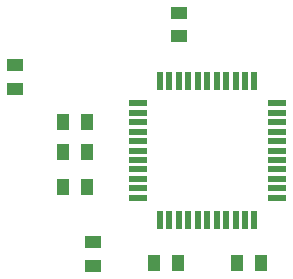
<source format=gtp>
G04*
G04 #@! TF.GenerationSoftware,Altium Limited,Altium Designer,20.2.4 (192)*
G04*
G04 Layer_Color=8421504*
%FSLAX44Y44*%
%MOMM*%
G71*
G04*
G04 #@! TF.SameCoordinates,914F8371-8902-4B0D-8680-DBDBB12D949F*
G04*
G04*
G04 #@! TF.FilePolarity,Positive*
G04*
G01*
G75*
%ADD13R,0.5000X1.5000*%
%ADD14R,1.5000X0.5000*%
%ADD15R,1.1000X1.4000*%
%ADD16R,1.4000X1.1000*%
D13*
X948060Y831160D02*
D03*
X956060D02*
D03*
X964060D02*
D03*
X972060D02*
D03*
X980060D02*
D03*
X988060D02*
D03*
X996060D02*
D03*
X1004060D02*
D03*
X1012060D02*
D03*
X1020060D02*
D03*
X1028060D02*
D03*
Y713160D02*
D03*
X1020060D02*
D03*
X1012060D02*
D03*
X1004060D02*
D03*
X996060D02*
D03*
X988060D02*
D03*
X980060D02*
D03*
X972060D02*
D03*
X964060D02*
D03*
X956060D02*
D03*
X948060D02*
D03*
D14*
X1047060Y812160D02*
D03*
Y804160D02*
D03*
Y796160D02*
D03*
Y788160D02*
D03*
Y780160D02*
D03*
Y772160D02*
D03*
Y764160D02*
D03*
Y756160D02*
D03*
Y748160D02*
D03*
Y740160D02*
D03*
Y732160D02*
D03*
X929060D02*
D03*
Y740160D02*
D03*
Y748160D02*
D03*
Y756160D02*
D03*
Y764160D02*
D03*
Y772160D02*
D03*
Y780160D02*
D03*
Y788160D02*
D03*
Y796160D02*
D03*
Y804160D02*
D03*
Y812160D02*
D03*
D15*
X963060Y676910D02*
D03*
X943060D02*
D03*
X866300Y741680D02*
D03*
X886300D02*
D03*
Y770890D02*
D03*
X866300D02*
D03*
X886300Y796290D02*
D03*
X866300D02*
D03*
X1013620Y676910D02*
D03*
X1033620D02*
D03*
D16*
X891540Y694530D02*
D03*
Y674530D02*
D03*
X964060Y888840D02*
D03*
Y868840D02*
D03*
X825500Y824390D02*
D03*
Y844390D02*
D03*
M02*

</source>
